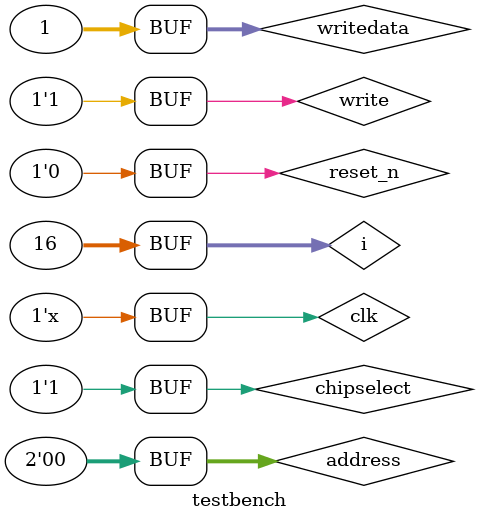
<source format=v>
`timescale 1ns / 1ps

module testbench ();

	reg [1:0] address;
	reg chipselect;
	reg clk;
	reg reset_n;
	reg write;
	reg [31:0] writedata;
	wire [6:0] segs;
	wire [31:0] readdata;
	
	integer i = 0;

SevenSegDecoder T1 (clk, reset_n, address, write, writedata, chipselect, readdata, segs);

	always
		#10 clk <= ~clk;

	initial 
		begin
			clk <= 1'b0;
			writedata <= 32'h00000010;
			address <= 2'b0;
			chipselect <= 1'b0;
			reset_n <= 1'b0;
			write <= 1'b0;
			#15 reset_n <= 1'b1;
			writedata <= 32'h00000001;
			#10 chipselect <= 1'b1;
			#10 write <= 1'b1;
			#10 writedata = 32'b0;
			
			for(i = 0; i < 16; i = i + 1)
			begin
				#20 writedata <= writedata + 1;
			end
			
			#20 reset_n <= 1'b0;
			
		end
	
endmodule 
</source>
